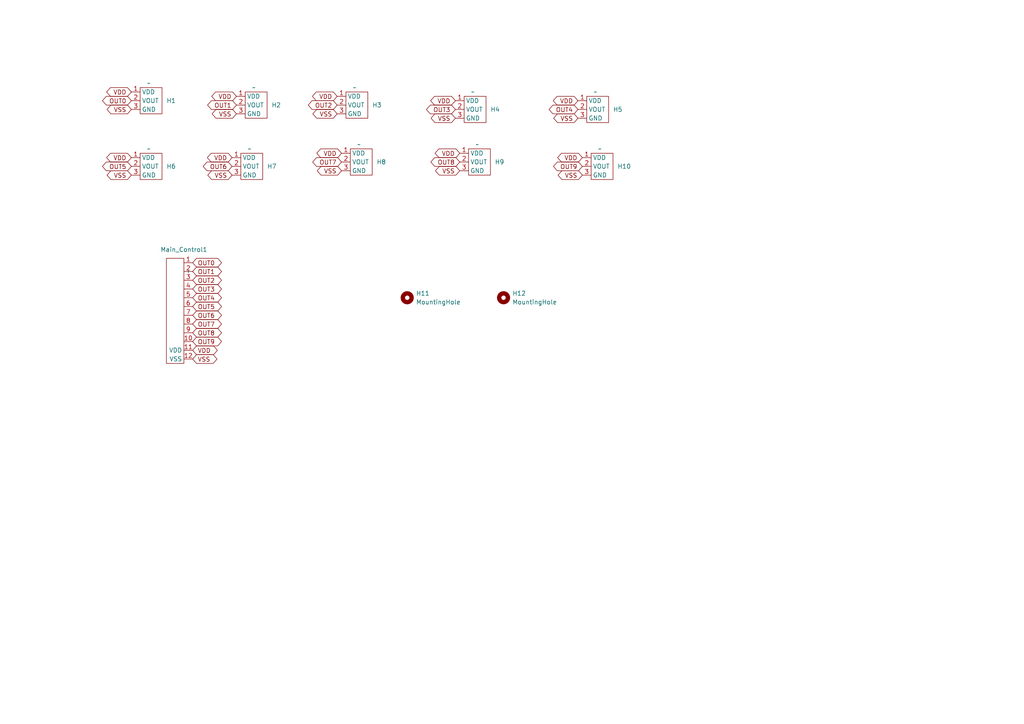
<source format=kicad_sch>
(kicad_sch (version 20230121) (generator eeschema)
  (paper "A4")
  (lib_symbols
    (symbol "Mechanical:MountingHole" (pin_names (offset 1.016))
      (property "Reference" "H" (at 0 5.08 0))
      (property "Value" "MountingHole" (at 0 3.175 0))
      (symbol "MountingHole_0_1"
        (circle (center 0 0) (radius 1.27) (stroke (width 1.27)))
      )
    )
    (symbol "Senior_Design:Hall-effect_Sensor_Port"
      (property "Reference" "Main_Control" (at -7.62 -2.54 90))
      (property "Value" "~" (at 0 0 0))
      (symbol "Hall-effect_Sensor_Port_0_1"
        (rectangle (start -3.81 -1.27) (end 26.67 -6.35))
      )
      (symbol "Hall-effect_Sensor_Port_1_1"
        (pin passive line (at -2.54 1.27 270) (length 2.54) (name "") (number "1"))
        (pin passive line (at 20.32 1.27 270) (length 2.54) (name "") (number "10"))
        (pin passive line (at 22.86 1.27 270) (length 2.54) (name "VDD") (number "11"))
        (pin passive line (at 25.4 1.27 270) (length 2.54) (name "VSS") (number "12"))
        (pin passive line (at 0 1.27 270) (length 2.54) (name "") (number "2"))
        (pin passive line (at 2.54 1.27 270) (length 2.54) (name "") (number "3"))
        (pin passive line (at 5.08 1.27 270) (length 2.54) (name "") (number "4"))
        (pin passive line (at 7.62 1.27 270) (length 2.54) (name "") (number "5"))
        (pin passive line (at 10.16 1.27 270) (length 2.54) (name "") (number "6"))
        (pin passive line (at 12.7 1.27 270) (length 2.54) (name "") (number "7"))
        (pin passive line (at 15.24 1.27 270) (length 2.54) (name "") (number "8"))
        (pin passive line (at 17.78 1.27 270) (length 2.54) (name "") (number "9"))
      )
    )
    (symbol "Senior_Design:Si7201"
      (property "Reference" "H" (at 1.27 0 0))
      (symbol "Si7201_0_1"
        (rectangle (start -2.54 -1.27) (end 3.81 -8.89))
      )
      (symbol "Si7201_1_1"
        (pin passive line (at -5.08 -2.54 0) (length 2.54) (name "VDD") (number "1"))
        (pin passive line (at -5.08 -5.08 0) (length 2.54) (name "VOUT") (number "2"))
        (pin passive line (at -5.08 -7.62 0) (length 2.54) (name "GND") (number "3"))
      )
    )
  )
  (global_label "OUT7" (shape bidirectional) (at 55.88 93.98 0) (property "Intersheetrefs" "${INTERSHEET_REFS}" (effects hide)))
  (global_label "VDD" (shape bidirectional) (at 38.1 45.72 180) (property "Intersheetrefs" "${INTERSHEET_REFS}" (effects hide)))
  (global_label "OUT0" (shape bidirectional) (at 38.1 29.21 180) (property "Intersheetrefs" "${INTERSHEET_REFS}" (effects hide)))
  (global_label "VSS" (shape bidirectional) (at 67.31 50.8 180) (property "Intersheetrefs" "${INTERSHEET_REFS}" (effects hide)))
  (global_label "VDD" (shape bidirectional) (at 55.88 101.6 0) (property "Intersheetrefs" "${INTERSHEET_REFS}" (effects hide)))
  (global_label "VSS" (shape bidirectional) (at 38.1 31.75 180) (property "Intersheetrefs" "${INTERSHEET_REFS}" (effects hide)))
  (global_label "VDD" (shape bidirectional) (at 132.08 29.21 180) (property "Intersheetrefs" "${INTERSHEET_REFS}" (effects hide)))
  (global_label "VDD" (shape bidirectional) (at 67.31 45.72 180) (property "Intersheetrefs" "${INTERSHEET_REFS}" (effects hide)))
  (global_label "OUT5" (shape bidirectional) (at 55.88 88.9 0) (property "Intersheetrefs" "${INTERSHEET_REFS}" (effects hide)))
  (global_label "OUT0" (shape bidirectional) (at 55.88 76.2 0) (property "Intersheetrefs" "${INTERSHEET_REFS}" (effects hide)))
  (global_label "VSS" (shape bidirectional) (at 97.79 33.02 180) (property "Intersheetrefs" "${INTERSHEET_REFS}" (effects hide)))
  (global_label "OUT3" (shape bidirectional) (at 55.88 83.82 0) (property "Intersheetrefs" "${INTERSHEET_REFS}" (effects hide)))
  (global_label "OUT1" (shape bidirectional) (at 68.58 30.48 180) (property "Intersheetrefs" "${INTERSHEET_REFS}" (effects hide)))
  (global_label "VSS" (shape bidirectional) (at 133.35 49.53 180) (property "Intersheetrefs" "${INTERSHEET_REFS}" (effects hide)))
  (global_label "VSS" (shape bidirectional) (at 132.08 34.29 180) (property "Intersheetrefs" "${INTERSHEET_REFS}" (effects hide)))
  (global_label "VDD" (shape bidirectional) (at 167.64 29.21 180) (property "Intersheetrefs" "${INTERSHEET_REFS}" (effects hide)))
  (global_label "OUT4" (shape bidirectional) (at 55.88 86.36 0) (property "Intersheetrefs" "${INTERSHEET_REFS}" (effects hide)))
  (global_label "VDD" (shape bidirectional) (at 97.79 27.94 180) (property "Intersheetrefs" "${INTERSHEET_REFS}" (effects hide)))
  (global_label "VDD" (shape bidirectional) (at 99.06 44.45 180) (property "Intersheetrefs" "${INTERSHEET_REFS}" (effects hide)))
  (global_label "VSS" (shape bidirectional) (at 168.91 50.8 180) (property "Intersheetrefs" "${INTERSHEET_REFS}" (effects hide)))
  (global_label "VSS" (shape bidirectional) (at 55.88 104.14 0) (property "Intersheetrefs" "${INTERSHEET_REFS}" (effects hide)))
  (global_label "OUT2" (shape bidirectional) (at 55.88 81.28 0) (property "Intersheetrefs" "${INTERSHEET_REFS}" (effects hide)))
  (global_label "VSS" (shape bidirectional) (at 99.06 49.53 180) (property "Intersheetrefs" "${INTERSHEET_REFS}" (effects hide)))
  (global_label "VSS" (shape bidirectional) (at 167.64 34.29 180) (property "Intersheetrefs" "${INTERSHEET_REFS}" (effects hide)))
  (global_label "VDD" (shape bidirectional) (at 133.35 44.45 180) (property "Intersheetrefs" "${INTERSHEET_REFS}" (effects hide)))
  (global_label "OUT8" (shape bidirectional) (at 55.88 96.52 0) (property "Intersheetrefs" "${INTERSHEET_REFS}" (effects hide)))
  (global_label "OUT9" (shape bidirectional) (at 55.88 99.06 0) (property "Intersheetrefs" "${INTERSHEET_REFS}" (effects hide)))
  (global_label "VDD" (shape bidirectional) (at 38.1 26.67 180) (property "Intersheetrefs" "${INTERSHEET_REFS}" (effects hide)))
  (global_label "VDD" (shape bidirectional) (at 68.58 27.94 180) (property "Intersheetrefs" "${INTERSHEET_REFS}" (effects hide)))
  (global_label "OUT9" (shape bidirectional) (at 168.91 48.26 180) (property "Intersheetrefs" "${INTERSHEET_REFS}" (effects hide)))
  (global_label "OUT6" (shape bidirectional) (at 55.88 91.44 0) (property "Intersheetrefs" "${INTERSHEET_REFS}" (effects hide)))
  (global_label "OUT3" (shape bidirectional) (at 132.08 31.75 180) (property "Intersheetrefs" "${INTERSHEET_REFS}" (effects hide)))
  (global_label "OUT7" (shape bidirectional) (at 99.06 46.99 180) (property "Intersheetrefs" "${INTERSHEET_REFS}" (effects hide)))
  (global_label "OUT4" (shape bidirectional) (at 167.64 31.75 180) (property "Intersheetrefs" "${INTERSHEET_REFS}" (effects hide)))
  (global_label "OUT8" (shape bidirectional) (at 133.35 46.99 180) (property "Intersheetrefs" "${INTERSHEET_REFS}" (effects hide)))
  (global_label "OUT1" (shape bidirectional) (at 55.88 78.74 0) (property "Intersheetrefs" "${INTERSHEET_REFS}" (effects hide)))
  (global_label "OUT6" (shape bidirectional) (at 67.31 48.26 180) (property "Intersheetrefs" "${INTERSHEET_REFS}" (effects hide)))
  (global_label "OUT2" (shape bidirectional) (at 97.79 30.48 180) (property "Intersheetrefs" "${INTERSHEET_REFS}" (effects hide)))
  (global_label "VSS" (shape bidirectional) (at 68.58 33.02 180) (property "Intersheetrefs" "${INTERSHEET_REFS}" (effects hide)))
  (global_label "VDD" (shape bidirectional) (at 168.91 45.72 180) (property "Intersheetrefs" "${INTERSHEET_REFS}" (effects hide)))
  (global_label "VSS" (shape bidirectional) (at 38.1 50.8 180) (property "Intersheetrefs" "${INTERSHEET_REFS}" (effects hide)))
  (global_label "OUT5" (shape bidirectional) (at 38.1 48.26 180) (property "Intersheetrefs" "${INTERSHEET_REFS}" (effects hide)))
  (symbol (lib_id "Mechanical:MountingHole") (at 118.11 86.36 0) (unit 1)
    (property "Reference" "H11" (at 120.65 85.09 0) (effects (justify left)))
    (property "Value" "MountingHole" (at 120.65 87.63 0) (effects (justify left)))
    (property "Footprint" "MountingHole:MountingHole_4mm" (effects hide))
  )
  (symbol (lib_id "Senior_Design:Si7201") (at 102.87 25.4 0) (unit 1)
    (property "Reference" "H3" (at 107.95 30.48 0) (effects (justify left)))
    (property "Value" "~" (at 102.87 25.4 0))
    (property "Footprint" "Package_TO_SOT_SMD:SOT-23-3" (effects hide))
  )
  (symbol (lib_id "Senior_Design:Hall-effect_Sensor_Port") (at 54.61 78.74 270) (unit 1)
    (property "Reference" "Main_Control1" (at 53.34 72.39 90))
    (property "Value" "~" (at 54.61 78.74 0))
    (property "Footprint" "Senior Design:Sensor Port" (effects hide))
  )
  (symbol (lib_id "Senior_Design:Si7201") (at 43.18 43.18 0) (unit 1)
    (property "Reference" "H6" (at 48.26 48.26 0) (effects (justify left)))
    (property "Value" "~" (at 43.18 43.18 0))
    (property "Footprint" "Package_TO_SOT_SMD:SOT-23-3" (effects hide))
  )
  (symbol (lib_id "Senior_Design:Si7201") (at 173.99 43.18 0) (unit 1)
    (property "Reference" "H10" (at 179.07 48.26 0) (effects (justify left)))
    (property "Value" "~" (at 173.99 43.18 0))
    (property "Footprint" "Package_TO_SOT_SMD:SOT-23-3" (effects hide))
  )
  (symbol (lib_id "Senior_Design:Si7201") (at 73.66 25.4 0) (unit 1)
    (property "Reference" "H2" (at 78.74 30.48 0) (effects (justify left)))
    (property "Value" "~" (at 73.66 25.4 0))
    (property "Footprint" "Package_TO_SOT_SMD:SOT-23-3" (effects hide))
  )
  (symbol (lib_id "Senior_Design:Si7201") (at 172.72 26.67 0) (unit 1)
    (property "Reference" "H5" (at 177.8 31.75 0) (effects (justify left)))
    (property "Value" "~" (at 172.72 26.67 0))
    (property "Footprint" "Package_TO_SOT_SMD:SOT-23-3" (effects hide))
  )
  (symbol (lib_id "Senior_Design:Si7201") (at 104.14 41.91 0) (unit 1)
    (property "Reference" "H8" (at 109.22 46.99 0) (effects (justify left)))
    (property "Value" "~" (at 104.14 41.91 0))
    (property "Footprint" "Package_TO_SOT_SMD:SOT-23-3" (effects hide))
  )
  (symbol (lib_id "Mechanical:MountingHole") (at 146.05 86.36 0) (unit 1)
    (property "Reference" "H12" (at 148.59 85.09 0) (effects (justify left)))
    (property "Value" "MountingHole" (at 148.59 87.63 0) (effects (justify left)))
    (property "Footprint" "MountingHole:MountingHole_4mm" (effects hide))
  )
  (symbol (lib_id "Senior_Design:Si7201") (at 138.43 41.91 0) (unit 1)
    (property "Reference" "H9" (at 143.51 46.99 0) (effects (justify left)))
    (property "Value" "~" (at 138.43 41.91 0))
    (property "Footprint" "Package_TO_SOT_SMD:SOT-23-3" (effects hide))
  )
  (symbol (lib_id "Senior_Design:Si7201") (at 43.18 24.13 0) (unit 1)
    (property "Reference" "H1" (at 48.26 29.21 0) (effects (justify left)))
    (property "Value" "~" (at 43.18 24.13 0))
    (property "Footprint" "Package_TO_SOT_SMD:SOT-23-3" (effects hide))
  )
  (symbol (lib_id "Senior_Design:Si7201") (at 72.39 43.18 0) (unit 1)
    (property "Reference" "H7" (at 77.47 48.26 0) (effects (justify left)))
    (property "Value" "~" (at 72.39 43.18 0))
    (property "Footprint" "Package_TO_SOT_SMD:SOT-23-3" (effects hide))
  )
  (symbol (lib_id "Senior_Design:Si7201") (at 137.16 26.67 0) (unit 1)
    (property "Reference" "H4" (at 142.24 31.75 0) (effects (justify left)))
    (property "Value" "~" (at 137.16 26.67 0))
    (property "Footprint" "Package_TO_SOT_SMD:SOT-23-3" (effects hide))
  )
)
</source>
